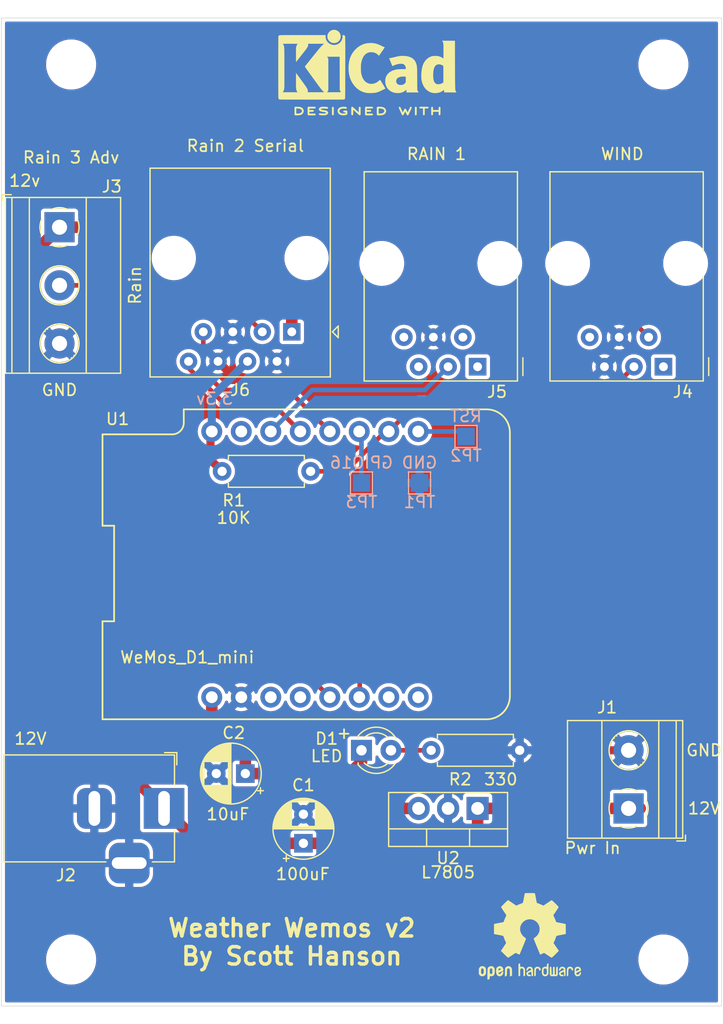
<source format=kicad_pcb>
(kicad_pcb (version 20211014) (generator pcbnew)
  (title_block (title "Weather Wemos") (date "2021-07-06") (rev "v1") (company "Scott Hanson"))
  (layers (0 "F.Cu" signal) (31 "B.Cu" signal) (34 "B.Paste" user) (35 "F.Paste" user) (36 "B.SilkS" user "B.Silkscreen") (37 "F.SilkS" user "F.Silkscreen") (38 "B.Mask" user) (39 "F.Mask" user) (44 "Edge.Cuts" user))
  (net 0 "")
  (net 1 "GND")
  (net 2 "+5V")
  (net 3 "+3V3")
  (net 6 "+12V")
  (net 7 "Net-(D1-Pad2)")
  (net 9 "WDIR")
  (net 10 "WSPEED")
  (net 16 "TXD")
  (net 17 "RXD")
  (net 18 "Net-(TP2-Pad1)")
  (net 19 "Net-(TP3-Pad1)")
  (net 21 "RAIN1")
  (net 22 "RAIN2")
  (footprint "TerminalBlock_Phoenix:TerminalBlock_Phoenix_MKDS-1,5-3_1x03_P5.00mm_Horizontal" (layer "F.Cu") (at 124 77 -90)
    (fp_text reference "J3" (at -3.5 -4.5) (layer "F.SilkS"))
    (fp_text value "Rain 3 Adv" (at -6 -1) (layer "F.SilkS"))
    (pad "1" thru_hole rect locked (at 0 0 270) (size 2.6 2.6) (drill 1.3) (layers *.Cu *.Mask) (net 6 "+12V"))
    (pad "2" thru_hole circle locked (at 5 0 270) (size 2.6 2.6) (drill 1.3) (layers *.Cu *.Mask) (net 22 "RAIN2"))
    (pad "3" thru_hole circle locked (at 10 0 270) (size 2.6 2.6) (drill 1.3) (layers *.Cu *.Mask) (net 1 "GND"))
  )
  (footprint "Resistor_THT:R_Axial_DIN0207_L6.3mm_D2.5mm_P7.62mm_Horizontal" (layer "F.Cu") (at 138 98)
    (fp_text reference "R1" (at 1 2.5) (layer "F.SilkS"))
    (fp_text value "10K" (at 1 4) (layer "F.SilkS"))
    (pad "1" thru_hole circle locked (at 0 0) (size 1.6 1.6) (drill 0.8) (layers *.Cu *.Mask) (net 3 "+3V3"))
    (pad "2" thru_hole oval locked (at 7.62 0) (size 1.6 1.6) (drill 0.8) (layers *.Cu *.Mask) (net 9 "WDIR"))
  )
  (footprint "wemos-d1-mini:wemos-d1-mini-connectors-only" (layer "F.Cu") (at 146 106)
    (fp_text reference "U1" (at -17 -12.5 180) (layer "F.SilkS"))
    (fp_text value "WeMos_D1_mini" (at -11 8) (layer "F.SilkS"))
    (pad "1" thru_hole circle locked (at 8.89 -11.43) (size 1.8 1.8) (drill 1.016) (layers *.Cu *.Mask) (net 18 "Net-(TP2-Pad1)"))
    (pad "2" thru_hole circle locked (at 6.35 -11.43) (size 1.8 1.8) (drill 1.016) (layers *.Cu *.Mask) (net 9 "WDIR"))
    (pad "3" thru_hole circle locked (at 3.81 -11.43) (size 1.8 1.8) (drill 1.016) (layers *.Cu *.Mask) (net 19 "Net-(TP3-Pad1)"))
    (pad "4" thru_hole circle locked (at 1.27 -11.43) (size 1.8 1.8) (drill 1.016) (layers *.Cu *.Mask) (net 17 "RXD"))
    (pad "5" thru_hole circle locked (at -1.27 -11.43) (size 1.8 1.8) (drill 1.016) (layers *.Cu *.Mask) (net 16 "TXD"))
    (pad "6" thru_hole circle locked (at -3.81 -11.43) (size 1.8 1.8) (drill 1.016) (layers *.Cu *.Mask) (net 21 "RAIN1"))
    (pad "7" thru_hole circle locked (at -6.35 -11.43) (size 1.8 1.8) (drill 1.016) (layers *.Cu *.Mask))
    (pad "8" thru_hole circle locked (at -8.89 -11.43) (size 1.8 1.8) (drill 1.016) (layers *.Cu *.Mask) (net 3 "+3V3"))
    (pad "9" thru_hole circle locked (at -8.89 11.43) (size 1.8 1.8) (drill 1.016) (layers *.Cu *.Mask) (net 2 "+5V"))
    (pad "10" thru_hole circle locked (at -6.35 11.43) (size 1.8 1.8) (drill 1.016) (layers *.Cu *.Mask) (net 1 "GND"))
    (pad "11" thru_hole circle locked (at -3.81 11.43) (size 1.8 1.8) (drill 1.016) (layers *.Cu *.Mask))
    (pad "12" thru_hole circle locked (at -1.27 11.43) (size 1.8 1.8) (drill 1.016) (layers *.Cu *.Mask))
    (pad "13" thru_hole circle locked (at 1.27 11.43) (size 1.8 1.8) (drill 1.016) (layers *.Cu *.Mask) (net 22 "RAIN2"))
    (pad "14" thru_hole circle locked (at 3.81 11.43) (size 1.8 1.8) (drill 1.016) (layers *.Cu *.Mask) (net 10 "WSPEED"))
    (pad "15" thru_hole circle locked (at 6.35 11.43) (size 1.8 1.8) (drill 1.016) (layers *.Cu *.Mask))
    (pad "16" thru_hole circle locked (at 8.89 11.43) (size 1.8 1.8) (drill 1.016) (layers *.Cu *.Mask))
  )
  (footprint "TerminalBlock_Phoenix:TerminalBlock_Phoenix_MKDS-1,5-2_1x02_P5.00mm_Horizontal" (layer "F.Cu") (at 173 127 90)
    (fp_text reference "J1" (at 8.691012 -1.85 180) (layer "F.SilkS"))
    (fp_text value "Pwr In" (at -3.408988 -3.1 180) (layer "F.SilkS"))
    (pad "1" thru_hole rect locked (at 0 0 90) (size 2.6 2.6) (drill 1.3) (layers *.Cu *.Mask) (net 6 "+12V"))
    (pad "2" thru_hole circle locked (at 5 0 90) (size 2.6 2.6) (drill 1.3) (layers *.Cu *.Mask) (net 1 "GND"))
  )
  (footprint "Capacitor_THT:CP_Radial_D5.0mm_P2.50mm" (layer "F.Cu") (at 145 130 90)
    (fp_text reference "C1" (at 5 0 180) (layer "F.SilkS"))
    (fp_text value "100uF" (at -2.65 -0.05 180) (layer "F.SilkS"))
    (pad "1" thru_hole rect locked (at 0 0 90) (size 1.6 1.6) (drill 0.8) (layers *.Cu *.Mask) (net 6 "+12V"))
    (pad "2" thru_hole circle locked (at 2.5 0 90) (size 1.6 1.6) (drill 0.8) (layers *.Cu *.Mask) (net 1 "GND"))
  )
  (footprint "Capacitor_THT:CP_Radial_D5.0mm_P2.50mm" (layer "F.Cu") (at 140 124 180)
    (fp_text reference "C2" (at 1 3.5) (layer "F.SilkS"))
    (fp_text value "10uF" (at 1.5 -3.5) (layer "F.SilkS"))
    (pad "1" thru_hole rect locked (at 0 0 180) (size 1.6 1.6) (drill 0.8) (layers *.Cu *.Mask) (net 2 "+5V"))
    (pad "2" thru_hole circle locked (at 2.5 0 180) (size 1.6 1.6) (drill 0.8) (layers *.Cu *.Mask) (net 1 "GND"))
  )
  (footprint "LED_THT:LED_D3.0mm" (layer "F.Cu") (at 150 122)
    (fp_text reference "D1" (at -3 -1 180) (layer "F.SilkS"))
    (fp_text value "LED" (at -3 0.5) (layer "F.SilkS"))
    (pad "1" thru_hole rect locked (at 0 0) (size 1.8 1.8) (drill 0.9) (layers *.Cu *.Mask) (net 2 "+5V"))
    (pad "2" thru_hole circle locked (at 2.54 0) (size 1.8 1.8) (drill 0.9) (layers *.Cu *.Mask) (net 7 "Net-(D1-Pad2)"))
  )
  (footprint "MountingHole:MountingHole_3.7mm" (layer "F.Cu") (at 176 140)
    (fp_text reference "H1")
    (fp_text value "MountingHole")
    (pad "" np_thru_hole circle locked (at 0 0) (size 3.7 3.7) (drill 3.7) (layers *.Cu *.Mask))
  )
  (footprint "MountingHole:MountingHole_3.7mm" (layer "F.Cu") (at 125 63)
    (fp_text reference "H2")
    (fp_text value "MountingHole")
    (pad "" np_thru_hole circle locked (at 0 0) (size 3.7 3.7) (drill 3.7) (layers *.Cu *.Mask))
  )
  (footprint "MountingHole:MountingHole_3.7mm" (layer "F.Cu") (at 176 63)
    (fp_text reference "H3")
    (fp_text value "MountingHole")
    (pad "" np_thru_hole circle locked (at 0 0) (size 3.7 3.7) (drill 3.7) (layers *.Cu *.Mask))
  )
  (footprint "MountingHole:MountingHole_3.7mm" (layer "F.Cu") (at 125 140)
    (fp_text reference "H4")
    (fp_text value "MountingHole")
    (pad "" np_thru_hole circle locked (at 0 0) (size 3.7 3.7) (drill 3.7) (layers *.Cu *.Mask))
  )
  (footprint "Connector_RJ:RJ12_Amphenol_54601" (layer "F.Cu") (at 176 89 180)
    (fp_text reference "J4" (at -1.67 -2.16) (layer "F.SilkS"))
    (fp_text value "WIND" (at 3.54 18.3) (layer "F.SilkS"))
    (pad "" np_thru_hole circle locked (at 8.25 8.89 180) (size 3.25 3.25) (drill 3.25) (layers *.Cu *.Mask))
    (pad "" np_thru_hole circle locked (at -1.91 8.89 180) (size 3.25 3.25) (drill 3.25) (layers *.Cu *.Mask))
    (pad "1" thru_hole rect locked (at 0 0 180) (size 1.52 1.52) (drill 0.76) (layers *.Cu *.Mask))
    (pad "2" thru_hole circle locked (at 1.27 2.54 180) (size 1.52 1.52) (drill 0.76) (layers *.Cu *.Mask) (net 9 "WDIR"))
    (pad "3" thru_hole circle locked (at 2.54 0 180) (size 1.52 1.52) (drill 0.76) (layers *.Cu *.Mask) (net 10 "WSPEED"))
    (pad "4" thru_hole circle locked (at 3.81 2.54 180) (size 1.52 1.52) (drill 0.76) (layers *.Cu *.Mask) (net 1 "GND"))
    (pad "5" thru_hole circle locked (at 5.08 0 180) (size 1.52 1.52) (drill 0.76) (layers *.Cu *.Mask) (net 1 "GND"))
    (pad "6" thru_hole circle locked (at 6.35 2.54 180) (size 1.52 1.52) (drill 0.76) (layers *.Cu *.Mask))
  )
  (footprint "Connector_RJ:RJ12_Amphenol_54601" (layer "F.Cu") (at 160 89 180)
    (fp_text reference "J5" (at -1.67 -2.16) (layer "F.SilkS"))
    (fp_text value "RAIN 1" (at 3.54 18.3) (layer "F.SilkS"))
    (pad "" np_thru_hole circle locked (at 8.25 8.89 180) (size 3.25 3.25) (drill 3.25) (layers *.Cu *.Mask))
    (pad "" np_thru_hole circle locked (at -1.91 8.89 180) (size 3.25 3.25) (drill 3.25) (layers *.Cu *.Mask))
    (pad "1" thru_hole rect locked (at 0 0 180) (size 1.52 1.52) (drill 0.76) (layers *.Cu *.Mask))
    (pad "2" thru_hole circle locked (at 1.27 2.54 180) (size 1.52 1.52) (drill 0.76) (layers *.Cu *.Mask))
    (pad "3" thru_hole circle locked (at 2.54 0 180) (size 1.52 1.52) (drill 0.76) (layers *.Cu *.Mask) (net 21 "RAIN1"))
    (pad "4" thru_hole circle locked (at 3.81 2.54 180) (size 1.52 1.52) (drill 0.76) (layers *.Cu *.Mask) (net 1 "GND"))
    (pad "5" thru_hole circle locked (at 5.08 0 180) (size 1.52 1.52) (drill 0.76) (layers *.Cu *.Mask))
    (pad "6" thru_hole circle locked (at 6.35 2.54 180) (size 1.52 1.52) (drill 0.76) (layers *.Cu *.Mask))
  )
  (footprint "Connector_RJ:RJ45_Amphenol_54602-x08_Horizontal" (layer "F.Cu") (at 144 86 180)
    (fp_text reference "J6" (at 4.445 -5) (layer "F.SilkS"))
    (fp_text value "Rain 2 Serial" (at 4 16) (layer "F.SilkS"))
    (pad "" np_thru_hole circle locked (at -1.27 6.35 180) (size 3.2 3.2) (drill 3.2) (layers *.Cu *.Mask))
    (pad "" np_thru_hole circle locked (at 10.16 6.35 180) (size 3.2 3.2) (drill 3.2) (layers *.Cu *.Mask))
    (pad "1" thru_hole rect locked (at 0 0 180) (size 1.5 1.5) (drill 0.76) (layers *.Cu *.Mask) (net 6 "+12V"))
    (pad "2" thru_hole circle locked (at 1.27 -2.54 180) (size 1.5 1.5) (drill 0.76) (layers *.Cu *.Mask) (net 1 "GND"))
    (pad "3" thru_hole circle locked (at 2.54 0 180) (size 1.5 1.5) (drill 0.76) (layers *.Cu *.Mask) (net 22 "RAIN2"))
    (pad "4" thru_hole circle locked (at 3.81 -2.54 180) (size 1.5 1.5) (drill 0.76) (layers *.Cu *.Mask) (net 3 "+3V3"))
    (pad "5" thru_hole circle locked (at 5.08 0 180) (size 1.5 1.5) (drill 0.76) (layers *.Cu *.Mask) (net 1 "GND"))
    (pad "6" thru_hole circle locked (at 6.35 -2.54 180) (size 1.5 1.5) (drill 0.76) (layers *.Cu *.Mask) (net 1 "GND"))
    (pad "7" thru_hole circle locked (at 7.62 0 180) (size 1.5 1.5) (drill 0.76) (layers *.Cu *.Mask) (net 17 "RXD"))
    (pad "8" thru_hole circle locked (at 8.89 -2.54 180) (size 1.5 1.5) (drill 0.76) (layers *.Cu *.Mask) (net 16 "TXD"))
  )
  (footprint "Resistor_THT:R_Axial_DIN0207_L6.3mm_D2.5mm_P7.62mm_Horizontal" (layer "F.Cu") (at 156 122)
    (fp_text reference "R2" (at 2.5 2.5) (layer "F.SilkS"))
    (fp_text value "330" (at 6 2.5) (layer "F.SilkS"))
    (pad "1" thru_hole circle locked (at 0 0) (size 1.6 1.6) (drill 0.8) (layers *.Cu *.Mask) (net 7 "Net-(D1-Pad2)"))
    (pad "2" thru_hole oval locked (at 7.62 0) (size 1.6 1.6) (drill 0.8) (layers *.Cu *.Mask) (net 1 "GND"))
  )
  (footprint "Package_TO_SOT_THT:TO-220-3_Vertical" (layer "F.Cu") (at 160 127 180)
    (fp_text reference "U2" (at 2.54 -4.27) (layer "F.SilkS"))
    (fp_text value "L7805" (at 2.54 -5.5) (layer "F.SilkS"))
    (pad "1" thru_hole rect locked (at 0 0 180) (size 1.905 2) (drill 1.1) (layers *.Cu *.Mask) (net 6 "+12V"))
    (pad "2" thru_hole oval locked (at 2.54 0 180) (size 1.905 2) (drill 1.1) (layers *.Cu *.Mask) (net 1 "GND"))
    (pad "3" thru_hole oval locked (at 5.08 0 180) (size 1.905 2) (drill 1.1) (layers *.Cu *.Mask) (net 2 "+5V"))
  )
  (footprint "Weather_Wemos:BarrelJack_Horizontal" (layer "F.Cu") (at 133 127)
    (fp_text reference "J2" (at -8.45 5.75) (layer "F.SilkS"))
    (fp_text value "12V" (at -11.5 -6) (layer "F.SilkS"))
    (pad "1" thru_hole rect locked (at 0 0) (size 3.5 3.5) (drill oval 1 3) (layers *.Cu *.Mask) (net 6 "+12V"))
    (pad "2" thru_hole roundrect locked (at -6 0) (size 3 3.5) (drill oval 1 3) (layers *.Cu *.Mask) (net 1 "GND"))
    (pad "MP" thru_hole roundrect locked (at -3 4.7) (size 3.5 3.5) (drill oval 3 1) (layers *.Cu *.Mask) (net 1 "GND"))
  )
  (footprint "Symbol:OSHW-Logo2_9.8x8mm_SilkScreen" (layer "F.Cu") (at 164.5 138)
    (fp_text reference "REF**" hide)
    (fp_text value "OSHW-Logo2_9.8x8mm_SilkScreen" hide)
  )
  (footprint "Symbol:KiCad-Logo2_6mm_SilkScreen" (layer "F.Cu") (at 150.5 63)
    (fp_text reference "REF**" hide)
    (fp_text value "KiCad-Logo2_6mm_SilkScreen" hide)
  )
  (footprint "TestPoint:TestPoint_Pad_1.5x1.5mm" (layer "B.Cu") (at 155 99)
    (fp_text reference "TP1" (at 0 1.648) (layer "B.SilkS") (effects (justify mirror)))
    (fp_text value "GND" (at 0 -1.75) (layer "B.SilkS") (effects (justify mirror)))
    (pad "1" smd rect locked (at 0 0) (size 1.5 1.5) (layers "B.Cu" "B.Mask") (net 1 "GND"))
  )
  (footprint "TestPoint:TestPoint_Pad_1.5x1.5mm" (layer "B.Cu") (at 159 95)
    (fp_text reference "TP2" (at 0 1.648) (layer "B.SilkS") (effects (justify mirror)))
    (fp_text value "RST" (at 0 -1.75) (layer "B.SilkS") (effects (justify mirror)))
    (pad "1" smd rect locked (at 0 0) (size 1.5 1.5) (layers "B.Cu" "B.Mask") (net 18 "Net-(TP2-Pad1)"))
  )
  (footprint "TestPoint:TestPoint_Pad_1.5x1.5mm" (layer "B.Cu") (at 150 99)
    (fp_text reference "TP3" (at 0 1.648) (layer "B.SilkS") (effects (justify mirror)))
    (fp_text value "GPIO16" (at 0 -1.75) (layer "B.SilkS") (effects (justify mirror)))
    (pad "1" smd rect locked (at 0 0) (size 1.5 1.5) (layers "B.Cu" "B.Mask") (net 19 "Net-(TP3-Pad1)"))
  )
  (gr_line (start 181 59) (end 119 59) (layer "Edge.Cuts") (width 0.05))
  (gr_line (start 181 144) (end 181 59) (layer "Edge.Cuts") (width 0.05))
  (gr_line (start 119 144) (end 181 144) (layer "Edge.Cuts") (width 0.05))
  (gr_line (start 119 59) (end 119 144) (layer "Edge.Cuts") (width 0.05))
  (gr_text "3.3v" (at 137.35 91.75) (layer "B.SilkS") (effects (font (size 1 1)) (justify mirror)))
  (gr_text "GND" (at 124 91) (layer "F.SilkS") (effects (font (size 1 1))))
  (gr_text "12v" (at 121 73) (layer "F.SilkS") (effects (font (size 1 1))))
  (gr_text "12V" (at 179.5 127) (layer "F.SilkS") (effects (font (size 1 1))))
  (gr_text "+" (at 148.5 120.5) (layer "F.SilkS") (effects (font (size 1 1))))
  (gr_text "Rain" (at 130.5 82 90) (layer "F.SilkS") (effects (font (size 1 1))))
  (gr_text "Weather Wemos v2\nBy Scott Hanson" (at 144 138.5) (layer "F.SilkS") (effects (font (size 1.5 1.5) (thickness 0.3))))
  (gr_text "GND" (at 179.5 122) (layer "F.SilkS") (effects (font (size 1 1))))
  (segment (start 163.62 122) (end 173 122) (width 0.7) (layer "F.Cu") (net 1))
  (segment (start 152 127) (end 154.92 127) (width 1) (layer "F.Cu") (net 2))
  (segment (start 140 124) (end 149 124) (width 1) (layer "F.Cu") (net 2))
  (segment (start 140 122) (end 140 124) (width 1) (layer "F.Cu") (net 2))
  (segment (start 149 124) (end 152 127) (width 1) (layer "F.Cu") (net 2))
  (segment (start 150 122) (end 150 123) (width 1) (layer "F.Cu") (net 2))
  (segment (start 149 124) (end 150 123) (width 1) (layer "F.Cu") (net 2))
  (segment (start 137.11 117.43) (end 137.11 119.11) (width 1) (layer "F.Cu") (net 2))
  (segment (start 137.11 119.11) (end 140 122) (width 1) (layer "F.Cu") (net 2))
  (segment (start 137 97) (end 137 94.68) (width 0.7) (layer "F.Cu") (net 3))
  (segment (start 137 94.68) (end 137.11 94.57) (width 0.7) (layer "F.Cu") (net 3))
  (segment (start 138 98) (end 137 97) (width 0.7) (layer "F.Cu") (net 3))
  (segment (start 137.11 94.57) (end 137.11 91.62) (width 0.7) (layer "B.Cu") (net 3))
  (segment (start 137.11 91.62) (end 140.19 88.54) (width 0.7) (layer "B.Cu") (net 3))
  (segment (start 121 80) (end 121 115) (width 1) (layer "F.Cu") (net 6))
  (segment (start 145 130) (end 159 130) (width 1) (layer "F.Cu") (net 6))
  (segment (start 124 77) (end 137 77) (width 1) (layer "F.Cu") (net 6))
  (segment (start 144 84) (end 144 86) (width 1) (layer "F.Cu") (net 6))
  (segment (start 136 130) (end 145 130) (width 1) (layer "F.Cu") (net 6))
  (segment (start 174 127) (end 160 127) (width 1) (layer "F.Cu") (net 6))
  (segment (start 121 115) (end 133 127) (width 1) (layer "F.Cu") (net 6))
  (segment (start 160 129) (end 160 127) (width 1) (layer "F.Cu") (net 6))
  (segment (start 159 130) (end 160 129) (width 1) (layer "F.Cu") (net 6))
  (segment (start 124 77) (end 121 80) (width 1) (layer "F.Cu") (net 6))
  (segment (start 133 127) (end 136 130) (width 1) (layer "F.Cu") (net 6))
  (segment (start 137 77) (end 144 84) (width 1) (layer "F.Cu") (net 6))
  (segment (start 152.54 122) (end 156 122) (width 0.4) (layer "F.Cu") (net 7))
  (segment (start 152.35 94.57) (end 154.92 92) (width 0.4) (layer "F.Cu") (net 9))
  (segment (start 152.05 94.57) (end 152.35 94.57) (width 0.4) (layer "F.Cu") (net 9))
  (segment (start 154.92 92) (end 160.5 92) (width 0.4) (layer "F.Cu") (net 9))
  (segment (start 168 84.5) (end 172.77 84.5) (width 0.4) (layer "F.Cu") (net 9))
  (segment (start 160.5 92) (end 168 84.5) (width 0.4) (layer "F.Cu") (net 9))
  (segment (start 148.62 98) (end 152.05 94.57) (width 0.4) (layer "F.Cu") (net 9))
  (segment (start 172.77 84.5) (end 174.73 86.46) (width 0.4) (layer "F.Cu") (net 9))
  (segment (start 145.62 98) (end 148.62 98) (width 0.4) (layer "F.Cu") (net 9))
  (segment (start 149.85 117.39) (end 149.81 117.43) (width 0.4) (layer "F.Cu") (net 10))
  (segment (start 165.99 96.46) (end 149.85 112.6) (width 0.4) (layer "F.Cu") (net 10))
  (segment (start 166 96.46) (end 165.99 96.46) (width 0.4) (layer "F.Cu") (net 10))
  (segment (start 149.85 112.6) (end 149.85 117.39) (width 0.4) (layer "F.Cu") (net 10))
  (segment (start 173.46 89) (end 166 96.46) (width 0.4) (layer "F.Cu") (net 10))
  (segment (start 135.11 89.11) (end 135.11 88.54) (width 0.4) (layer "F.Cu") (net 16))
  (segment (start 144.73 94.57) (end 142.16 92) (width 0.4) (layer "F.Cu") (net 16))
  (segment (start 138 92) (end 135.11 89.11) (width 0.4) (layer "F.Cu") (net 16))
  (segment (start 142.16 92) (end 138 92) (width 0.4) (layer "F.Cu") (net 16))
  (segment (start 136.38 86) (end 136.38 89.38) (width 0.4) (layer "F.Cu") (net 17))
  (segment (start 138 91) (end 143.7 91) (width 0.4) (layer "F.Cu") (net 17))
  (segment (start 143.7 91) (end 147.27 94.57) (width 0.4) (layer "F.Cu") (net 17))
  (segment (start 136.38 89.38) (end 138 91) (width 0.4) (layer "F.Cu") (net 17))
  (segment (start 154.89 94.57) (end 158.57 94.57) (width 0.4) (layer "B.Cu") (net 18))
  (segment (start 158.57 94.57) (end 159 95) (width 0.4) (layer "B.Cu") (net 18))
  (segment (start 150 94.76) (end 149.81 94.57) (width 0.4) (layer "B.Cu") (net 19))
  (segment (start 150 99) (end 150 94.76) (width 0.4) (layer "B.Cu") (net 19))
  (segment (start 145.76 91) (end 155.46 91) (width 0.4) (layer "B.Cu") (net 21))
  (segment (start 155.46 91) (end 157.46 89) (width 0.4) (layer "B.Cu") (net 21))
  (segment (start 142.19 94.57) (end 145.76 91) (width 0.4) (layer "B.Cu") (net 21))
  (segment (start 139.51 84.05) (end 134.05 84.05) (width 0.4) (layer "F.Cu") (net 22))
  (segment (start 129 82) (end 132.55 85.55) (width 0.4) (layer "F.Cu") (net 22))
  (segment (start 141.46 86) (end 139.51 84.05) (width 0.4) (layer "F.Cu") (net 22))
  (segment (start 132.55 85.55) (end 132.55 102.71) (width 0.4) (layer "F.Cu") (net 22))
  (segment (start 134.05 84.05) (end 132.55 85.55) (width 0.4) (layer "F.Cu") (net 22))
  (segment (start 132.55 102.71) (end 147.27 117.43) (width 0.4) (layer "F.Cu") (net 22))
  (segment (start 124 82) (end 129 82) (width 0.4) (layer "F.Cu") (net 22))
  (zone (net 1) (net_name "GND") (layer "F.Cu") (connect_pads (clearance 0.308)) (min_thickness 0.254) (fill yes (thermal_gap 0.308) (thermal_bridge_width 0.708))
    (polygon (pts (xy 181 144) (xy 119 144) (xy 119 59) (xy 181 59)))
  )
  (zone (net 1) (net_name "GND") (layer "B.Cu") (connect_pads (clearance 0.308)) (min_thickness 0.254) (fill yes (thermal_gap 0.308) (thermal_bridge_width 0.708))
    (polygon (pts (xy 181 144) (xy 119 144) (xy 119 59) (xy 181 59)))
  )
)
</source>
